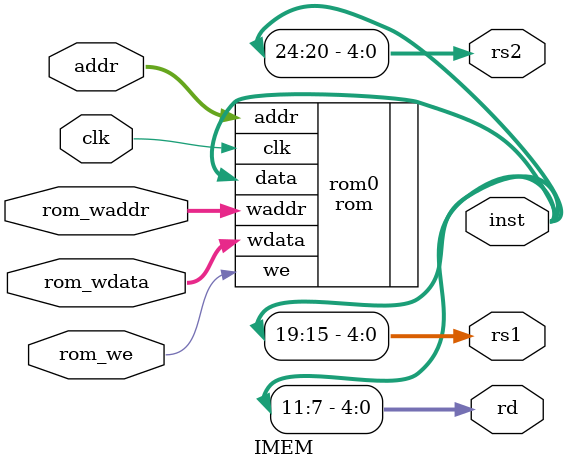
<source format=v>

module IMEM (
    input  clk,         // Add clk for ROM writes
    input  [31:0] addr,
    output [31:0] inst,
    output [4:0]  rd,
    output [4:0]  rs1,
    output [4:0]  rs2,

    // Ports for writing to the internal ROM
    input rom_we,
    input [31:0] rom_waddr,
    input [31:0] rom_wdata
);
    // Instantiate the ROM, passing through the write port
    rom rom0 (
        .clk(clk),
        .addr(addr),
        .data(inst),
        .we(rom_we),
        .waddr(rom_waddr),
        .wdata(rom_wdata)
    );
   
    assign rd  = inst[11:7];
    assign rs1 = inst[19:15];
    assign rs2 = inst[24:20];
endmodule

</source>
